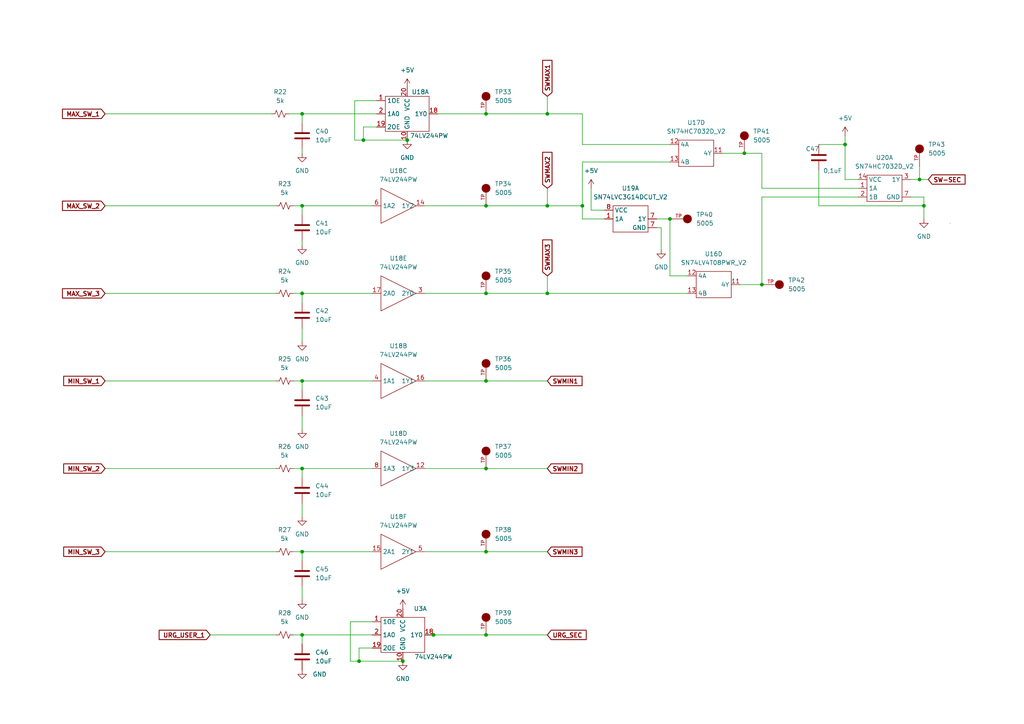
<source format=kicad_sch>
(kicad_sch (version 20211123) (generator eeschema)
  (paper "A4")
  (title_block (title "BUMBLEBEE") (date "2024-01-15") (rev "1.00") (company "ExoFlex") (comment 1 "Bumblebee"))
  (lib_symbols
    (symbol "74LV244PW_2"
      (property "Reference" "U" (at -5.08 7.62 0))
      (property "Value" "74LV244PW_2" (at -1.27 -6.35 0))
      (symbol "74LV244PW_2_1_1"
        (rectangle (start -6.35 5.08) (end 6.35 -5.08))
        (pin power_in line (at -8.89 3.81 0) (length 2.54) (name "1OE") (number "1"))
        (pin power_in line (at 0 -7.62 90) (length 2.54) (name "GND") (number "10"))
        (pin output line (at 8.89 0 180) (length 2.54) (name "1Y0") (number "18"))
        (pin power_in line (at -8.89 -3.81 0) (length 2.54) (name "2OE") (number "19"))
        (pin input line (at -8.89 0 0) (length 2.54) (name "1A0") (number "2"))
        (pin power_in line (at 0 7.62 270) (length 2.54) (name "VCC") (number "20"))
      )
      (symbol "74LV244PW_2_2_1"
        (polyline (pts (xy -6.35 0) (xy -6.35 5.08) (xy 3.81 0) (xy -6.35 -5.08) (xy -6.35 0)))
        (pin output line (at 6.35 0 180) (length 2.54) (name "1Y1") (number "16"))
        (pin input line (at -8.89 0 0) (length 2.54) (name "1A1") (number "4"))
      )
      (symbol "74LV244PW_2_3_1"
        (polyline (pts (xy -6.35 0) (xy -6.35 5.08) (xy 3.81 0) (xy -6.35 -5.08) (xy -6.35 0)))
        (pin output line (at 6.35 0 180) (length 2.54) (name "1Y2") (number "14"))
        (pin input line (at -8.89 0 0) (length 2.54) (name "1A2") (number "6"))
      )
      (symbol "74LV244PW_2_4_1"
        (polyline (pts (xy -6.35 0) (xy -6.35 5.08) (xy 3.81 0) (xy -6.35 -5.08) (xy -6.35 0)))
        (pin output line (at 6.35 0 180) (length 2.54) (name "1Y3") (number "12"))
        (pin input line (at -8.89 0 0) (length 2.54) (name "1A3") (number "8"))
      )
      (symbol "74LV244PW_2_5_1"
        (polyline (pts (xy -6.35 0) (xy -6.35 5.08) (xy 3.81 0) (xy -6.35 -5.08) (xy -6.35 0)))
        (pin input line (at -8.89 0 0) (length 2.54) (name "2A0") (number "17"))
        (pin output line (at 6.35 0 180) (length 2.54) (name "2Y0") (number "3"))
      )
      (symbol "74LV244PW_2_6_1"
        (polyline (pts (xy -6.35 0) (xy -6.35 5.08) (xy 3.81 0) (xy -6.35 -5.08) (xy -6.35 0)))
        (pin input line (at -8.89 0 0) (length 2.54) (name "2A1") (number "15"))
        (pin output line (at 6.35 0 180) (length 2.54) (name "2Y1") (number "5"))
      )
      (symbol "74LV244PW_2_7_1"
        (polyline (pts (xy -6.35 0) (xy -6.35 5.08) (xy 3.81 0) (xy -6.35 -5.08) (xy -6.35 0)))
        (pin input line (at -8.89 0 0) (length 2.54) (name "2A2") (number "13"))
        (pin output line (at 6.35 0 180) (length 2.54) (name "2Y2") (number "7"))
      )
      (symbol "74LV244PW_2_8_1"
        (polyline (pts (xy -6.35 0) (xy -6.35 5.08) (xy 3.81 0) (xy -6.35 -5.08) (xy -6.35 0)))
        (pin input line (at -8.89 0 0) (length 2.54) (name "2A3") (number "11"))
        (pin output line (at 6.35 0 180) (length 2.54) (name "2Y3") (number "9"))
      )
    )
    (symbol "Device:C" (pin_numbers hide) (pin_names (offset 0.254))
      (property "Reference" "C" (at 0.635 2.54 0))
      (property "Value" "C" (at 0.635 -2.54 0))
      (symbol "C_0_1"
        (polyline (pts (xy -2.032 -0.762) (xy 2.032 -0.762)) (stroke (width 0.508)))
        (polyline (pts (xy -2.032 0.762) (xy 2.032 0.762)) (stroke (width 0.508)))
      )
      (symbol "C_1_1"
        (pin passive line (at 0 3.81 270) (length 2.794) (name "~") (number "1"))
        (pin passive line (at 0 -3.81 90) (length 2.794) (name "~") (number "2"))
      )
    )
    (symbol "Device:R_Small_US" (pin_numbers hide) (pin_names (offset 0.254) hide)
      (property "Reference" "R" (at 0.762 0.508 0))
      (property "Value" "R_Small_US" (at 0.762 -1.016 0))
      (symbol "R_Small_US_1_1"
        (polyline (pts (xy 0 0) (xy 1.016 -0.381) (xy 0 -0.762) (xy -1.016 -1.143) (xy 0 -1.524)))
        (polyline (pts (xy 0 1.524) (xy 1.016 1.143) (xy 0 0.762) (xy -1.016 0.381) (xy 0 0)))
        (pin passive line (at 0 2.54 270) (length 1.016) (name "~") (number "1"))
        (pin passive line (at 0 -2.54 90) (length 1.016) (name "~") (number "2"))
      )
    )
    (symbol "SymLib:5005" (pin_names (offset 1.016))
      (property "Reference" "TP" (at -2.54 2.54 0))
      (property "Value" "5005" (at -2.54 -3.81 0))
      (symbol "5005_0_0"
        (circle (center 0 0) (radius 0.635) (stroke (width 1.27)))
        (pin passive line (at -5.08 0 0) (length 5.08) (name "~") (number "TP"))
      )
    )
    (symbol "SymLib:74LV244PW"
      (property "Reference" "U" (at -5.08 7.62 0))
      (property "Value" "74LV244PW" (at -1.27 -6.35 0))
      (symbol "74LV244PW_1_1"
        (rectangle (start -6.35 5.08) (end 6.35 -5.08))
        (pin power_in line (at -8.89 3.81 0) (length 2.54) (name "1OE") (number "1"))
        (pin power_in line (at 0 -7.62 90) (length 2.54) (name "GND") (number "10"))
        (pin output line (at 8.89 0 180) (length 2.54) (name "1Y0") (number "18"))
        (pin power_in line (at -8.89 -3.81 0) (length 2.54) (name "2OE") (number "19"))
        (pin input line (at -8.89 0 0) (length 2.54) (name "1A0") (number "2"))
        (pin power_in line (at 0 7.62 270) (length 2.54) (name "VCC") (number "20"))
      )
      (symbol "74LV244PW_2_1"
        (polyline (pts (xy -6.35 0) (xy -6.35 5.08) (xy 3.81 0) (xy -6.35 -5.08) (xy -6.35 0)))
        (pin output line (at 6.35 0 180) (length 2.54) (name "1Y1") (number "16"))
        (pin input line (at -8.89 0 0) (length 2.54) (name "1A1") (number "4"))
      )
      (symbol "74LV244PW_3_1"
        (polyline (pts (xy -6.35 0) (xy -6.35 5.08) (xy 3.81 0) (xy -6.35 -5.08) (xy -6.35 0)))
        (pin output line (at 6.35 0 180) (length 2.54) (name "1Y2") (number "14"))
        (pin input line (at -8.89 0 0) (length 2.54) (name "1A2") (number "6"))
      )
      (symbol "74LV244PW_4_1"
        (polyline (pts (xy -6.35 0) (xy -6.35 5.08) (xy 3.81 0) (xy -6.35 -5.08) (xy -6.35 0)))
        (pin output line (at 6.35 0 180) (length 2.54) (name "1Y3") (number "12"))
        (pin input line (at -8.89 0 0) (length 2.54) (name "1A3") (number "8"))
      )
      (symbol "74LV244PW_5_1"
        (polyline (pts (xy -6.35 0) (xy -6.35 5.08) (xy 3.81 0) (xy -6.35 -5.08) (xy -6.35 0)))
        (pin input line (at -8.89 0 0) (length 2.54) (name "2A0") (number "17"))
        (pin output line (at 6.35 0 180) (length 2.54) (name "2Y0") (number "3"))
      )
      (symbol "74LV244PW_6_1"
        (polyline (pts (xy -6.35 0) (xy -6.35 5.08) (xy 3.81 0) (xy -6.35 -5.08) (xy -6.35 0)))
        (pin input line (at -8.89 0 0) (length 2.54) (name "2A1") (number "15"))
        (pin output line (at 6.35 0 180) (length 2.54) (name "2Y1") (number "5"))
      )
      (symbol "74LV244PW_7_1"
        (polyline (pts (xy -6.35 0) (xy -6.35 5.08) (xy 3.81 0) (xy -6.35 -5.08) (xy -6.35 0)))
        (pin input line (at -8.89 0 0) (length 2.54) (name "2A2") (number "13"))
        (pin output line (at 6.35 0 180) (length 2.54) (name "2Y2") (number "7"))
      )
      (symbol "74LV244PW_8_1"
        (polyline (pts (xy -6.35 0) (xy -6.35 5.08) (xy 3.81 0) (xy -6.35 -5.08) (xy -6.35 0)))
        (pin input line (at -8.89 0 0) (length 2.54) (name "2A3") (number "11"))
        (pin output line (at 6.35 0 180) (length 2.54) (name "2Y3") (number "9"))
      )
    )
    (symbol "SymLib:SN74HC7032D_V2"
      (property "Reference" "U" (at -3.81 5.08 0))
      (property "Value" "SN74HC7032D_V2" (at 1.27 -5.08 0))
      (symbol "SN74HC7032D_V2_0_1"
        (rectangle (start -5.08 -3.81) (end 5.08 -3.81))
        (rectangle (start -5.08 3.81) (end -5.08 -3.81))
        (rectangle (start -5.08 3.81) (end 5.08 3.81))
        (rectangle (start 5.08 3.81) (end 5.08 -3.81))
      )
      (symbol "SN74HC7032D_V2_1_1"
        (pin input line (at -7.62 0 0) (length 2.54) (name "1A") (number "1"))
        (pin power_in line (at -7.62 2.54 0) (length 2.54) (name "VCC") (number "14"))
        (pin input line (at -7.62 -2.54 0) (length 2.54) (name "1B") (number "2"))
        (pin output line (at 7.62 2.54 180) (length 2.54) (name "1Y") (number "3"))
        (pin power_in line (at 7.62 -2.54 180) (length 2.54) (name "GND") (number "7"))
      )
      (symbol "SN74HC7032D_V2_2_1"
        (pin input line (at -7.62 2.54 0) (length 2.54) (name "2A") (number "4"))
        (pin input line (at -7.62 -2.54 0) (length 2.54) (name "2B") (number "5"))
        (pin output line (at 7.62 0 180) (length 2.54) (name "2Y") (number "6"))
      )
      (symbol "SN74HC7032D_V2_3_1"
        (pin input line (at -7.62 -2.54 0) (length 2.54) (name "3B") (number "10"))
        (pin output line (at 7.62 0 180) (length 2.54) (name "3Y") (number "8"))
        (pin input line (at -7.62 2.54 0) (length 2.54) (name "3A") (number "9"))
      )
      (symbol "SN74HC7032D_V2_4_1"
        (pin output line (at 7.62 0 180) (length 2.54) (name "4Y") (number "11"))
        (pin input line (at -7.62 2.54 0) (length 2.54) (name "4A") (number "12"))
        (pin input line (at -7.62 -2.54 0) (length 2.54) (name "4B") (number "13"))
      )
    )
    (symbol "SymLib:SN74LV4T08PWR_V2"
      (property "Reference" "U" (at -3.81 5.08 0))
      (property "Value" "SN74LV4T08PWR_V2" (at 0 -5.08 0))
      (symbol "SN74LV4T08PWR_V2_0_1"
        (rectangle (start -5.08 -3.81) (end 5.08 -3.81))
        (rectangle (start -5.08 3.81) (end -5.08 -3.81))
        (rectangle (start -5.08 3.81) (end 5.08 3.81))
        (rectangle (start 5.08 3.81) (end 5.08 -3.81))
      )
      (symbol "SN74LV4T08PWR_V2_1_1"
        (pin input line (at -7.62 0 0) (length 2.54) (name "1A") (number "1"))
        (pin power_in line (at -7.62 2.54 0) (length 2.54) (name "VCC") (number "14"))
        (pin input line (at -7.62 -2.54 0) (length 2.54) (name "1B") (number "2"))
        (pin output line (at 7.62 2.54 180) (length 2.54) (name "1Y") (number "3"))
        (pin power_in line (at 7.62 -2.54 180) (length 2.54) (name "GND") (number "7"))
      )
      (symbol "SN74LV4T08PWR_V2_2_1"
        (pin input line (at -7.62 2.54 0) (length 2.54) (name "2A") (number "4"))
        (pin input line (at -7.62 -2.54 0) (length 2.54) (name "2B") (number "5"))
        (pin output line (at 7.62 0 180) (length 2.54) (name "2Y") (number "6"))
      )
      (symbol "SN74LV4T08PWR_V2_3_1"
        (pin input line (at -7.62 -2.54 0) (length 2.54) (name "3B") (number "10"))
        (pin output line (at 7.62 0 180) (length 2.54) (name "3Y") (number "8"))
        (pin input line (at -7.62 2.54 0) (length 2.54) (name "3A") (number "9"))
      )
      (symbol "SN74LV4T08PWR_V2_4_1"
        (pin output line (at 7.62 0 180) (length 2.54) (name "4Y") (number "11"))
        (pin input line (at -7.62 2.54 0) (length 2.54) (name "4A") (number "12"))
        (pin input line (at -7.62 -2.54 0) (length 2.54) (name "4B") (number "13"))
      )
    )
    (symbol "SymLib:SN74LVC3G14DCUT_V2"
      (property "Reference" "U" (at -3.81 5.08 0))
      (property "Value" "SN74LVC3G14DCUT_V2" (at 0 -5.08 0))
      (symbol "SN74LVC3G14DCUT_V2_0_1"
        (rectangle (start -5.08 -3.81) (end 5.08 -3.81))
        (rectangle (start -5.08 3.81) (end -5.08 -3.81))
        (rectangle (start -5.08 3.81) (end 5.08 3.81))
        (rectangle (start 5.08 3.81) (end 5.08 -3.81))
      )
      (symbol "SN74LVC3G14DCUT_V2_1_1"
        (pin input line (at -7.62 0 0) (length 2.54) (name "1A") (number "1"))
        (pin output line (at 7.62 0 180) (length 2.54) (name "1Y") (number "7"))
        (pin power_out line (at 7.62 -2.54 180) (length 2.54) (name "GND") (number "7"))
        (pin power_in line (at -7.62 2.54 0) (length 2.54) (name "VCC") (number "8"))
      )
      (symbol "SN74LVC3G14DCUT_V2_2_1"
        (pin input line (at -7.62 0 0) (length 2.54) (name "2A") (number "3"))
        (pin output line (at 7.62 0 180) (length 2.54) (name "2Y") (number "5"))
      )
      (symbol "SN74LVC3G14DCUT_V2_3_1"
        (pin output line (at 7.62 0 180) (length 2.54) (name "3Y") (number "2"))
        (pin input line (at -7.62 0 0) (length 2.54) (name "3A") (number "6"))
      )
    )
    (symbol "power:+5V" (power) (pin_names (offset 0))
      (property "Value" "+5V" (at 0 3.556 0))
      (symbol "+5V_0_1"
        (polyline (pts (xy -0.762 1.27) (xy 0 2.54)))
        (polyline (pts (xy 0 0) (xy 0 2.54)))
        (polyline (pts (xy 0 2.54) (xy 0.762 1.27)))
      )
      (symbol "+5V_1_1"
        (pin power_in line (at 0 0 90) (length 0) hide (name "+5V") (number "1"))
      )
    )
    (symbol "power:GND" (power) (pin_names (offset 0))
      (property "Value" "GND" (at 0 -3.81 0))
      (symbol "GND_0_1"
        (polyline (pts (xy 0 0) (xy 0 -1.27) (xy 1.27 -1.27) (xy 0 -2.54) (xy -1.27 -1.27) (xy 0 -1.27)))
      )
      (symbol "GND_1_1"
        (pin power_in line (at 0 0 270) (length 0) hide (name "GND") (number "1"))
      )
    )
  )
  (junction (at 87.63 135.89))
  (junction (at 140.97 184.15))
  (junction (at 194.31 63.5))
  (junction (at 215.9 44.45))
  (junction (at 140.97 33.02))
  (junction (at 105.41 40.64))
  (junction (at 118.11 40.64))
  (junction (at 87.63 33.02))
  (junction (at 140.97 85.09))
  (junction (at 140.97 59.69))
  (junction (at 87.63 85.09))
  (junction (at 245.11 41.91))
  (junction (at 87.63 59.69))
  (junction (at 266.7 52.07))
  (junction (at 267.97 59.69))
  (junction (at 168.91 59.69))
  (junction (at 87.63 184.15))
  (junction (at 140.97 110.49))
  (junction (at 220.98 82.55))
  (junction (at 116.84 191.77))
  (junction (at 125.73 184.15))
  (junction (at 158.75 59.69))
  (junction (at 140.97 135.89))
  (junction (at 140.97 160.02))
  (junction (at 87.63 110.49))
  (junction (at 87.63 160.02))
  (junction (at 158.75 85.09))
  (junction (at 158.75 33.02))
  (junction (at 104.14 191.77))
  (wire (pts (xy 30.48 33.02) (xy 78.74 33.02)))
  (wire (pts (xy 267.97 59.69) (xy 267.97 57.15)))
  (wire (pts (xy 102.87 40.64) (xy 105.41 40.64)))
  (wire (pts (xy 105.41 36.83) (xy 105.41 40.64)))
  (wire (pts (xy 175.26 60.96) (xy 171.45 60.96)))
  (wire (pts (xy 140.97 33.02) (xy 158.75 33.02)))
  (wire (pts (xy 269.24 52.07) (xy 266.7 52.07)))
  (wire (pts (xy 237.49 49.53) (xy 237.49 59.69)))
  (wire (pts (xy 266.7 52.07) (xy 264.16 52.07)))
  (wire (pts (xy 140.97 85.09) (xy 158.75 85.09)))
  (wire (pts (xy 30.48 160.02) (xy 80.01 160.02)))
  (wire (pts (xy 158.75 54.61) (xy 158.75 59.69)))
  (wire (pts (xy 30.48 110.49) (xy 80.01 110.49)))
  (wire (pts (xy 107.95 180.34) (xy 101.6 180.34)))
  (wire (pts (xy 109.22 36.83) (xy 105.41 36.83)))
  (wire (pts (xy 266.7 48.26) (xy 266.7 52.07)))
  (wire (pts (xy 140.97 59.69) (xy 158.75 59.69)))
  (wire (pts (xy 220.98 82.55) (xy 220.98 57.15)))
  (wire (pts (xy 168.91 46.99) (xy 194.31 46.99)))
  (wire (pts (xy 125.73 184.15) (xy 140.97 184.15)))
  (wire (pts (xy 87.63 95.25) (xy 87.63 99.06)))
  (wire (pts (xy 140.97 160.02) (xy 158.75 160.02)))
  (wire (pts (xy 87.63 69.85) (xy 87.63 71.12)))
  (wire (pts (xy 85.09 135.89) (xy 87.63 135.89)))
  (wire (pts (xy 168.91 41.91) (xy 194.31 41.91)))
  (wire (pts (xy 87.63 110.49) (xy 107.95 110.49)))
  (wire (pts (xy 191.77 66.04) (xy 191.77 72.39)))
  (wire (pts (xy 123.19 110.49) (xy 140.97 110.49)))
  (wire (pts (xy 168.91 63.5) (xy 175.26 63.5)))
  (wire (pts (xy 104.14 191.77) (xy 116.84 191.77)))
  (wire (pts (xy 87.63 43.18) (xy 87.63 44.45)))
  (wire (pts (xy 87.63 33.02) (xy 83.82 33.02)))
  (wire (pts (xy 168.91 59.69) (xy 168.91 63.5)))
  (wire (pts (xy 190.5 63.5) (xy 194.31 63.5)))
  (wire (pts (xy 127 33.02) (xy 140.97 33.02)))
  (wire (pts (xy 220.98 44.45) (xy 215.9 44.45)))
  (wire (pts (xy 123.19 160.02) (xy 140.97 160.02)))
  (wire (pts (xy 123.19 135.89) (xy 140.97 135.89)))
  (wire (pts (xy 30.48 135.89) (xy 80.01 135.89)))
  (wire (pts (xy 248.92 52.07) (xy 245.11 52.07)))
  (wire (pts (xy 140.97 184.15) (xy 158.75 184.15)))
  (wire (pts (xy 158.75 80.01) (xy 158.75 85.09)))
  (wire (pts (xy 105.41 40.64) (xy 118.11 40.64)))
  (wire (pts (xy 237.49 41.91) (xy 245.11 41.91)))
  (wire (pts (xy 107.95 187.96) (xy 104.14 187.96)))
  (wire (pts (xy 220.98 54.61) (xy 248.92 54.61)))
  (wire (pts (xy 85.09 160.02) (xy 87.63 160.02)))
  (wire (pts (xy 123.19 184.15) (xy 125.73 184.15)))
  (wire (pts (xy 158.75 59.69) (xy 168.91 59.69)))
  (wire (pts (xy 102.87 29.21) (xy 102.87 40.64)))
  (wire (pts (xy 140.97 135.89) (xy 158.75 135.89)))
  (wire (pts (xy 194.31 63.5) (xy 194.31 80.01)))
  (wire (pts (xy 215.9 44.45) (xy 209.55 44.45)))
  (wire (pts (xy 190.5 66.04) (xy 191.77 66.04)))
  (polyline (pts (xy 275.59 64.77) (xy 275.59 64.77)))
  (wire (pts (xy 168.91 46.99) (xy 168.91 59.69)))
  (wire (pts (xy 267.97 63.5) (xy 267.97 59.69)))
  (wire (pts (xy 267.97 57.15) (xy 264.16 57.15)))
  (wire (pts (xy 220.98 44.45) (xy 220.98 54.61)))
  (wire (pts (xy 101.6 180.34) (xy 101.6 191.77)))
  (wire (pts (xy 30.48 59.69) (xy 80.01 59.69)))
  (wire (pts (xy 87.63 160.02) (xy 107.95 160.02)))
  (wire (pts (xy 87.63 33.02) (xy 109.22 33.02)))
  (wire (pts (xy 87.63 110.49) (xy 87.63 113.03)))
  (wire (pts (xy 87.63 184.15) (xy 107.95 184.15)))
  (wire (pts (xy 194.31 80.01) (xy 199.39 80.01)))
  (wire (pts (xy 171.45 54.61) (xy 171.45 60.96)))
  (wire (pts (xy 87.63 160.02) (xy 87.63 162.56)))
  (wire (pts (xy 60.96 184.15) (xy 80.01 184.15)))
  (wire (pts (xy 87.63 85.09) (xy 87.63 87.63)))
  (wire (pts (xy 85.09 110.49) (xy 87.63 110.49)))
  (wire (pts (xy 104.14 187.96) (xy 104.14 191.77)))
  (wire (pts (xy 109.22 29.21) (xy 102.87 29.21)))
  (wire (pts (xy 87.63 120.65) (xy 87.63 124.46)))
  (wire (pts (xy 158.75 33.02) (xy 168.91 33.02)))
  (wire (pts (xy 158.75 85.09) (xy 199.39 85.09)))
  (wire (pts (xy 85.09 85.09) (xy 87.63 85.09)))
  (wire (pts (xy 245.11 52.07) (xy 245.11 41.91)))
  (wire (pts (xy 168.91 33.02) (xy 168.91 41.91)))
  (wire (pts (xy 87.63 184.15) (xy 87.63 186.69)))
  (wire (pts (xy 140.97 110.49) (xy 158.75 110.49)))
  (wire (pts (xy 87.63 135.89) (xy 107.95 135.89)))
  (wire (pts (xy 85.09 184.15) (xy 87.63 184.15)))
  (wire (pts (xy 101.6 191.77) (xy 104.14 191.77)))
  (wire (pts (xy 158.75 27.94) (xy 158.75 33.02)))
  (wire (pts (xy 237.49 59.69) (xy 267.97 59.69)))
  (wire (pts (xy 220.98 57.15) (xy 248.92 57.15)))
  (wire (pts (xy 30.48 85.09) (xy 80.01 85.09)))
  (wire (pts (xy 245.11 41.91) (xy 245.11 39.37)))
  (wire (pts (xy 87.63 146.05) (xy 87.63 149.86)))
  (wire (pts (xy 123.19 85.09) (xy 140.97 85.09)))
  (wire (pts (xy 87.63 59.69) (xy 87.63 62.23)))
  (wire (pts (xy 87.63 59.69) (xy 107.95 59.69)))
  (wire (pts (xy 87.63 135.89) (xy 87.63 138.43)))
  (wire (pts (xy 214.63 82.55) (xy 220.98 82.55)))
  (wire (pts (xy 87.63 170.18) (xy 87.63 173.99)))
  (wire (pts (xy 85.09 59.69) (xy 87.63 59.69)))
  (wire (pts (xy 87.63 85.09) (xy 107.95 85.09)))
  (wire (pts (xy 87.63 33.02) (xy 87.63 35.56)))
  (wire (pts (xy 123.19 59.69) (xy 140.97 59.69)))
  (text "Tension : 250V\nCourant : 5A\nTerminal : SPDT" (at 302.26 13.97 0) (effects (font (size 2.5 2.5) bold) (justify left bottom)))
  (global_label "SWMAX3" (shape input) (at 158.75 80.01 90) (effects (font (thickness 0.254) bold)) (property "Intersheet References" "${INTERSHEET_REFS}" (effects hide)))
  (global_label "URG_USER_1" (shape input) (at 60.96 184.15 180) (effects (font (thickness 0.254) bold)) (property "Intersheet References" "${INTERSHEET_REFS}" (effects hide)))
  (global_label "SWMAX2" (shape input) (at 158.75 54.61 90) (effects (font (thickness 0.254) bold)) (property "Intersheet References" "${INTERSHEET_REFS}" (effects hide)))
  (global_label "MAX_SW_3" (shape input) (at 30.48 85.09 180) (effects (font (thickness 0.254) bold)) (property "Intersheet References" "${INTERSHEET_REFS}" (effects hide)))
  (global_label "MIN_SW_2" (shape input) (at 30.48 135.89 180) (effects (font (thickness 0.254) bold)) (property "Intersheet References" "${INTERSHEET_REFS}" (effects hide)))
  (global_label "MIN_SW_1" (shape input) (at 30.48 110.49 180) (effects (font (thickness 0.254) bold)) (property "Intersheet References" "${INTERSHEET_REFS}" (effects hide)))
  (global_label "SW-SEC" (shape input) (at 269.24 52.07 0) (effects (font (thickness 0.254) bold)) (property "Intersheet References" "${INTERSHEET_REFS}" (effects hide)))
  (global_label "SWMIN1" (shape input) (at 158.75 110.49 0) (effects (font (thickness 0.254) bold)) (property "Intersheet References" "${INTERSHEET_REFS}" (effects hide)))
  (global_label "URG_SEC" (shape input) (at 158.75 184.15 0) (effects (font (thickness 0.254) bold)) (property "Intersheet References" "${INTERSHEET_REFS}" (effects hide)))
  (global_label "SWMAX1" (shape input) (at 158.75 27.94 90) (effects (font (thickness 0.254) bold)) (property "Intersheet References" "${INTERSHEET_REFS}" (effects hide)))
  (global_label "SWMIN3" (shape input) (at 158.75 160.02 0) (effects (font (thickness 0.254) bold)) (property "Intersheet References" "${INTERSHEET_REFS}" (effects hide)))
  (global_label "SWMIN2" (shape input) (at 158.75 135.89 0) (effects (font (thickness 0.254) bold)) (property "Intersheet References" "${INTERSHEET_REFS}" (effects hide)))
  (global_label "MIN_SW_3" (shape input) (at 30.48 160.02 180) (effects (font (thickness 0.254) bold)) (property "Intersheet References" "${INTERSHEET_REFS}" (effects hide)))
  (global_label "MAX_SW_1" (shape input) (at 30.48 33.02 180) (effects (font (thickness 0.254) bold)) (property "Intersheet References" "${INTERSHEET_REFS}" (effects hide)))
  (global_label "MAX_SW_2" (shape input) (at 30.48 59.69 180) (effects (font (thickness 0.254) bold)) (property "Intersheet References" "${INTERSHEET_REFS}" (effects hide)))
  (symbol (lib_id "power:GND") (at 87.63 124.46 0) (unit 1)
    (property "Reference" "#PWR082" (effects hide))
    (property "Value" "GND" (at 87.63 129.54 0))
  )
  (symbol (lib_id "SymLib:5005") (at 140.97 54.61 90) (unit 1)
    (property "Reference" "TP34" (at 143.51 53.3399 90) (effects (justify right)))
    (property "Value" "5005" (at 143.51 55.8799 90) (effects (justify right)))
    (property "Footprint" "FootPrint:KEYSTONE_5005" (effects hide))
    (property "MF" "Keystone Electronics" (effects hide))
    (property "DESCRIPTION" "Compact THM Test Point -Red" (effects hide))
    (property "PACKAGE" "NON STANDARD-1 Keystone" (effects hide))
    (property "PRICE" "None" (effects hide))
    (property "MP" "5005" (effects hide))
    (property "AVAILABILITY" "In Stock" (effects hide))
    (property "PURCHASE-URL" "https://pricing.snapeda.com/search/part/5005/?ref=eda" (effects hide))
  )
  (symbol (lib_id "SymLib:5005") (at 199.39 63.5 0) (unit 1)
    (property "Reference" "TP40" (at 201.93 62.2299 0) (effects (justify left)))
    (property "Value" "5005" (at 201.93 64.7699 0) (effects (justify left)))
    (property "Footprint" "FootPrint:KEYSTONE_5005" (effects hide))
    (property "MF" "Keystone Electronics" (effects hide))
    (property "DESCRIPTION" "Compact THM Test Point -Red" (effects hide))
    (property "PACKAGE" "NON STANDARD-1 Keystone" (effects hide))
    (property "PRICE" "None" (effects hide))
    (property "MP" "5005" (effects hide))
    (property "AVAILABILITY" "In Stock" (effects hide))
    (property "PURCHASE-URL" "https://pricing.snapeda.com/search/part/5005/?ref=eda" (effects hide))
  )
  (symbol (lib_id "SymLib:5005") (at 140.97 179.07 90) (unit 1)
    (property "Reference" "TP39" (at 143.51 177.7999 90) (effects (justify right)))
    (property "Value" "5005" (at 143.51 180.3399 90) (effects (justify right)))
    (property "Footprint" "FootPrint:KEYSTONE_5005" (effects hide))
    (property "MF" "Keystone Electronics" (effects hide))
    (property "DESCRIPTION" "Compact THM Test Point -Red" (effects hide))
    (property "PACKAGE" "NON STANDARD-1 Keystone" (effects hide))
    (property "PRICE" "None" (effects hide))
    (property "MP" "5005" (effects hide))
    (property "AVAILABILITY" "In Stock" (effects hide))
    (property "PURCHASE-URL" "https://pricing.snapeda.com/search/part/5005/?ref=eda" (effects hide))
  )
  (symbol (lib_id "Device:R_Small_US") (at 82.55 59.69 90) (unit 1)
    (property "Reference" "R23" (at 82.55 53.34 90))
    (property "Value" "5k" (at 82.55 55.88 90))
    (property "Footprint" "Resistor_SMD:R_0603_1608Metric" (effects hide))
  )
  (symbol (lib_id "Device:C") (at 87.63 91.44 0) (unit 1)
    (property "Reference" "C42" (at 91.44 90.1699 0) (effects (justify left)))
    (property "Value" "10uF" (at 91.44 92.7099 0) (effects (justify left)))
    (property "Footprint" "Capacitor_SMD:C_0603_1608Metric" (effects hide))
  )
  (symbol (lib_id "SymLib:74LV244PW") (at 116.84 160.02 0) (unit 6)
    (property "Reference" "U18" (at 115.57 149.86 0))
    (property "Value" "74LV244PW" (at 115.57 152.4 0))
    (property "Footprint" "FootPrint:DB20" (effects hide))
  )
  (symbol (lib_id "Device:C") (at 87.63 190.5 0) (unit 1)
    (property "Reference" "C46" (at 91.44 189.2299 0) (effects (justify left)))
    (property "Value" "10uF" (at 91.44 191.7699 0) (effects (justify left)))
    (property "Footprint" "Capacitor_SMD:C_0603_1608Metric" (effects hide))
  )
  (symbol (lib_id "Device:R_Small_US") (at 82.55 160.02 90) (unit 1)
    (property "Reference" "R27" (at 82.55 153.67 90))
    (property "Value" "5k" (at 82.55 156.21 90))
    (property "Footprint" "Resistor_SMD:R_0603_1608Metric" (effects hide))
  )
  (symbol (lib_id "Device:R_Small_US") (at 82.55 110.49 90) (unit 1)
    (property "Reference" "R25" (at 82.55 104.14 90))
    (property "Value" "5k" (at 82.55 106.68 90))
    (property "Footprint" "Resistor_SMD:R_0603_1608Metric" (effects hide))
  )
  (symbol (lib_id "power:GND") (at 191.77 72.39 0) (unit 1)
    (property "Reference" "#PWR091" (effects hide))
    (property "Value" "GND" (at 191.77 77.47 0))
  )
  (symbol (lib_id "power:GND") (at 87.63 194.31 0) (unit 1)
    (property "Reference" "#PWR085" (effects hide))
    (property "Value" "GND" (at 92.71 195.58 0))
  )
  (symbol (lib_id "Device:R_Small_US") (at 82.55 85.09 90) (unit 1)
    (property "Reference" "R24" (at 82.55 78.74 90))
    (property "Value" "5k" (at 82.55 81.28 90))
    (property "Footprint" "Resistor_SMD:R_0603_1608Metric" (effects hide))
  )
  (symbol (lib_id "SymLib:74LV244PW") (at 116.84 85.09 0) (unit 5)
    (property "Reference" "U18" (at 115.57 74.93 0))
    (property "Value" "74LV244PW" (at 115.57 77.47 0))
    (property "Footprint" "FootPrint:DB20" (effects hide))
  )
  (symbol (lib_id "SymLib:74LV244PW") (at 116.84 184.15 0) (unit 1)
    (property "Reference" "U3" (at 121.92 176.53 0))
    (property "Value" "74LV244PW" (at 125.73 190.5 0))
    (property "Footprint" "FootPrint:DB20" (effects hide))
  )
  (symbol (lib_id "SymLib:SN74HC7032D_V2") (at 256.54 54.61 0) (unit 1)
    (property "Reference" "U20" (at 256.54 45.72 0))
    (property "Value" "SN74HC7032D_V2" (at 256.54 48.26 0))
    (property "Footprint" "FootPrint:SN74HC7032D" (effects hide))
  )
  (symbol (lib_id "SymLib:5005") (at 140.97 27.94 90) (unit 1)
    (property "Reference" "TP33" (at 143.51 26.6699 90) (effects (justify right)))
    (property "Value" "5005" (at 143.51 29.2099 90) (effects (justify right)))
    (property "Footprint" "FootPrint:KEYSTONE_5005" (effects hide))
    (property "MF" "Keystone Electronics" (effects hide))
    (property "DESCRIPTION" "Compact THM Test Point -Red" (effects hide))
    (property "PACKAGE" "NON STANDARD-1 Keystone" (effects hide))
    (property "PRICE" "None" (effects hide))
    (property "MP" "5005" (effects hide))
    (property "AVAILABILITY" "In Stock" (effects hide))
    (property "PURCHASE-URL" "https://pricing.snapeda.com/search/part/5005/?ref=eda" (effects hide))
  )
  (symbol (lib_id "power:+5V") (at 171.45 54.61 0) (unit 1)
    (property "Reference" "#PWR090" (effects hide))
    (property "Value" "+5V" (at 171.45 49.53 0))
  )
  (symbol (lib_id "SymLib:5005") (at 266.7 43.18 90) (unit 1)
    (property "Reference" "TP43" (at 269.24 41.9099 90) (effects (justify right)))
    (property "Value" "5005" (at 269.24 44.4499 90) (effects (justify right)))
    (property "Footprint" "FootPrint:KEYSTONE_5005" (effects hide))
    (property "MF" "Keystone Electronics" (effects hide))
    (property "DESCRIPTION" "Compact THM Test Point -Red" (effects hide))
    (property "PACKAGE" "NON STANDARD-1 Keystone" (effects hide))
    (property "PRICE" "None" (effects hide))
    (property "MP" "5005" (effects hide))
    (property "AVAILABILITY" "In Stock" (effects hide))
    (property "PURCHASE-URL" "https://pricing.snapeda.com/search/part/5005/?ref=eda" (effects hide))
  )
  (symbol (lib_id "power:GND") (at 87.63 149.86 0) (unit 1)
    (property "Reference" "#PWR083" (effects hide))
    (property "Value" "GND" (at 87.63 154.94 0))
  )
  (symbol (lib_id "power:GND") (at 87.63 44.45 0) (unit 1)
    (property "Reference" "#PWR079" (effects hide))
    (property "Value" "GND" (at 87.63 49.53 0))
  )
  (symbol (lib_id "power:GND") (at 87.63 173.99 0) (unit 1)
    (property "Reference" "#PWR084" (effects hide))
    (property "Value" "GND" (at 87.63 179.07 0))
  )
  (symbol (lib_id "Device:C") (at 87.63 142.24 0) (unit 1)
    (property "Reference" "C44" (at 91.44 140.9699 0) (effects (justify left)))
    (property "Value" "10uF" (at 91.44 143.5099 0) (effects (justify left)))
    (property "Footprint" "Capacitor_SMD:C_0603_1608Metric" (effects hide))
  )
  (symbol (lib_id "SymLib:5005") (at 140.97 154.94 90) (unit 1)
    (property "Reference" "TP38" (at 143.51 153.6699 90) (effects (justify right)))
    (property "Value" "5005" (at 143.51 156.2099 90) (effects (justify right)))
    (property "Footprint" "FootPrint:KEYSTONE_5005" (effects hide))
    (property "MF" "Keystone Electronics" (effects hide))
    (property "DESCRIPTION" "Compact THM Test Point -Red" (effects hide))
    (property "PACKAGE" "NON STANDARD-1 Keystone" (effects hide))
    (property "PRICE" "None" (effects hide))
    (property "MP" "5005" (effects hide))
    (property "AVAILABILITY" "In Stock" (effects hide))
    (property "PURCHASE-URL" "https://pricing.snapeda.com/search/part/5005/?ref=eda" (effects hide))
  )
  (symbol (lib_id "SymLib:5005") (at 226.06 82.55 0) (unit 1)
    (property "Reference" "TP42" (at 228.6 81.2799 0) (effects (justify left)))
    (property "Value" "5005" (at 228.6 83.8199 0) (effects (justify left)))
    (property "Footprint" "FootPrint:KEYSTONE_5005" (effects hide))
    (property "MF" "Keystone Electronics" (effects hide))
    (property "DESCRIPTION" "Compact THM Test Point -Red" (effects hide))
    (property "PACKAGE" "NON STANDARD-1 Keystone" (effects hide))
    (property "PRICE" "None" (effects hide))
    (property "MP" "5005" (effects hide))
    (property "AVAILABILITY" "In Stock" (effects hide))
    (property "PURCHASE-URL" "https://pricing.snapeda.com/search/part/5005/?ref=eda" (effects hide))
  )
  (symbol (lib_id "SymLib:74LV244PW") (at 116.84 59.69 0) (unit 3)
    (property "Reference" "U18" (at 115.57 49.53 0))
    (property "Value" "74LV244PW" (at 115.57 52.07 0))
    (property "Footprint" "FootPrint:DB20" (effects hide))
  )
  (symbol (lib_id "Device:C") (at 237.49 45.72 0) (unit 1)
    (property "Reference" "C47" (at 233.68 43.18 0) (effects (justify left)))
    (property "Value" "0,1uF" (at 238.76 49.53 0) (effects (justify left)))
    (property "Footprint" "Capacitor_SMD:C_0603_1608Metric" (effects hide))
  )
  (symbol (lib_id "Device:R_Small_US") (at 82.55 184.15 90) (unit 1)
    (property "Reference" "R28" (at 82.55 177.8 90))
    (property "Value" "5k" (at 82.55 180.34 90))
    (property "Footprint" "Resistor_SMD:R_0603_1608Metric" (effects hide))
  )
  (symbol (lib_id "power:+5V") (at 118.11 25.4 0) (unit 1)
    (property "Reference" "#PWR088" (effects hide))
    (property "Value" "+5V" (at 118.11 20.32 0))
  )
  (symbol (lib_id "SymLib:SN74LV4T08PWR_V2") (at 207.01 82.55 0) (unit 4)
    (property "Reference" "U16" (at 207.01 73.66 0))
    (property "Value" "SN74LV4T08PWR_V2" (at 207.01 76.2 0))
    (property "Footprint" "FootPrint:SN74LV4T08PWR" (effects hide))
  )
  (symbol (lib_id "SymLib:74LV244PW") (at 116.84 135.89 0) (unit 4)
    (property "Reference" "U18" (at 115.57 125.73 0))
    (property "Value" "74LV244PW" (at 115.57 128.27 0))
    (property "Footprint" "FootPrint:DB20" (effects hide))
  )
  (symbol (lib_id "SymLib:5005") (at 140.97 105.41 90) (unit 1)
    (property "Reference" "TP36" (at 143.51 104.1399 90) (effects (justify right)))
    (property "Value" "5005" (at 143.51 106.6799 90) (effects (justify right)))
    (property "Footprint" "FootPrint:KEYSTONE_5005" (effects hide))
    (property "MF" "Keystone Electronics" (effects hide))
    (property "DESCRIPTION" "Compact THM Test Point -Red" (effects hide))
    (property "PACKAGE" "NON STANDARD-1 Keystone" (effects hide))
    (property "PRICE" "None" (effects hide))
    (property "MP" "5005" (effects hide))
    (property "AVAILABILITY" "In Stock" (effects hide))
    (property "PURCHASE-URL" "https://pricing.snapeda.com/search/part/5005/?ref=eda" (effects hide))
  )
  (symbol (lib_id "power:+5V") (at 245.11 39.37 0) (unit 1)
    (property "Reference" "#PWR092" (effects hide))
    (property "Value" "+5V" (at 245.11 34.29 0))
  )
  (symbol (lib_name "74LV244PW_2") (lib_id "SymLib:74LV244PW") (at 118.11 33.02 0) (unit 1)
    (property "Reference" "U18" (at 121.92 26.67 0))
    (property "Value" "74LV244PW" (at 124.46 39.37 0))
    (property "Footprint" "FootPrint:DB20" (effects hide))
  )
  (symbol (lib_id "Device:R_Small_US") (at 81.28 33.02 90) (unit 1)
    (property "Reference" "R22" (at 81.28 26.67 90))
    (property "Value" "5k" (at 81.28 29.21 90))
    (property "Footprint" "Resistor_SMD:R_0603_1608Metric" (effects hide))
  )
  (symbol (lib_id "SymLib:SN74LVC3G14DCUT_V2") (at 182.88 63.5 0) (unit 1)
    (property "Reference" "U19" (at 182.88 54.61 0))
    (property "Value" "SN74LVC3G14DCUT_V2" (at 182.88 57.15 0))
    (property "Footprint" "FootPrint:SN74LVC3G14DCUT" (effects hide))
  )
  (symbol (lib_id "power:GND") (at 87.63 71.12 0) (unit 1)
    (property "Reference" "#PWR080" (effects hide))
    (property "Value" "GND" (at 87.63 76.2 0))
  )
  (symbol (lib_id "power:+5V") (at 116.84 176.53 0) (unit 1)
    (property "Reference" "#PWR086" (effects hide))
    (property "Value" "+5V" (at 116.84 171.45 0))
  )
  (symbol (lib_id "power:GND") (at 118.11 40.64 0) (unit 1)
    (property "Reference" "#PWR089" (effects hide))
    (property "Value" "GND" (at 118.11 45.72 0))
  )
  (symbol (lib_id "SymLib:SN74HC7032D_V2") (at 201.93 44.45 0) (unit 4)
    (property "Reference" "U17" (at 201.93 35.56 0))
    (property "Value" "SN74HC7032D_V2" (at 201.93 38.1 0))
    (property "Footprint" "FootPrint:SN74HC7032D" (effects hide))
  )
  (symbol (lib_id "Device:R_Small_US") (at 82.55 135.89 90) (unit 1)
    (property "Reference" "R26" (at 82.55 129.54 90))
    (property "Value" "5k" (at 82.55 132.08 90))
    (property "Footprint" "Resistor_SMD:R_0603_1608Metric" (effects hide))
  )
  (symbol (lib_id "SymLib:5005") (at 140.97 130.81 90) (unit 1)
    (property "Reference" "TP37" (at 143.51 129.5399 90) (effects (justify right)))
    (property "Value" "5005" (at 143.51 132.0799 90) (effects (justify right)))
    (property "Footprint" "FootPrint:KEYSTONE_5005" (effects hide))
    (property "MF" "Keystone Electronics" (effects hide))
    (property "DESCRIPTION" "Compact THM Test Point -Red" (effects hide))
    (property "PACKAGE" "NON STANDARD-1 Keystone" (effects hide))
    (property "PRICE" "None" (effects hide))
    (property "MP" "5005" (effects hide))
    (property "AVAILABILITY" "In Stock" (effects hide))
    (property "PURCHASE-URL" "https://pricing.snapeda.com/search/part/5005/?ref=eda" (effects hide))
  )
  (symbol (lib_id "power:GND") (at 267.97 63.5 0) (unit 1)
    (property "Reference" "#PWR093" (effects hide))
    (property "Value" "GND" (at 267.97 68.58 0))
  )
  (symbol (lib_id "SymLib:5005") (at 140.97 80.01 90) (unit 1)
    (property "Reference" "TP35" (at 143.51 78.7399 90) (effects (justify right)))
    (property "Value" "5005" (at 143.51 81.2799 90) (effects (justify right)))
    (property "Footprint" "FootPrint:KEYSTONE_5005" (effects hide))
    (property "MF" "Keystone Electronics" (effects hide))
    (property "DESCRIPTION" "Compact THM Test Point -Red" (effects hide))
    (property "PACKAGE" "NON STANDARD-1 Keystone" (effects hide))
    (property "PRICE" "None" (effects hide))
    (property "MP" "5005" (effects hide))
    (property "AVAILABILITY" "In Stock" (effects hide))
    (property "PURCHASE-URL" "https://pricing.snapeda.com/search/part/5005/?ref=eda" (effects hide))
  )
  (symbol (lib_id "Device:C") (at 87.63 39.37 0) (unit 1)
    (property "Reference" "C40" (at 91.44 38.0999 0) (effects (justify left)))
    (property "Value" "10uF" (at 91.44 40.6399 0) (effects (justify left)))
    (property "Footprint" "Capacitor_SMD:C_0603_1608Metric" (effects hide))
  )
  (symbol (lib_id "power:GND") (at 87.63 99.06 0) (unit 1)
    (property "Reference" "#PWR081" (effects hide))
    (property "Value" "GND" (at 87.63 104.14 0))
  )
  (symbol (lib_id "Device:C") (at 87.63 166.37 0) (unit 1)
    (property "Reference" "C45" (at 91.44 165.0999 0) (effects (justify left)))
    (property "Value" "10uF" (at 91.44 167.6399 0) (effects (justify left)))
    (property "Footprint" "Capacitor_SMD:C_0603_1608Metric" (effects hide))
  )
  (symbol (lib_id "SymLib:74LV244PW") (at 116.84 110.49 0) (unit 2)
    (property "Reference" "U18" (at 115.57 100.33 0))
    (property "Value" "74LV244PW" (at 115.57 102.87 0))
    (property "Footprint" "FootPrint:DB20" (effects hide))
  )
  (symbol (lib_id "Device:C") (at 87.63 116.84 0) (unit 1)
    (property "Reference" "C43" (at 91.44 115.5699 0) (effects (justify left)))
    (property "Value" "10uF" (at 91.44 118.1099 0) (effects (justify left)))
    (property "Footprint" "Capacitor_SMD:C_0603_1608Metric" (effects hide))
  )
  (symbol (lib_id "Device:C") (at 87.63 66.04 0) (unit 1)
    (property "Reference" "C41" (at 91.44 64.7699 0) (effects (justify left)))
    (property "Value" "10uF" (at 91.44 67.3099 0) (effects (justify left)))
    (property "Footprint" "Capacitor_SMD:C_0603_1608Metric" (effects hide))
  )
  (symbol (lib_id "SymLib:5005") (at 215.9 39.37 90) (unit 1)
    (property "Reference" "TP41" (at 218.44 38.0999 90) (effects (justify right)))
    (property "Value" "5005" (at 218.44 40.6399 90) (effects (justify right)))
    (property "Footprint" "FootPrint:KEYSTONE_5005" (effects hide))
    (property "MF" "Keystone Electronics" (effects hide))
    (property "DESCRIPTION" "Compact THM Test Point -Red" (effects hide))
    (property "PACKAGE" "NON STANDARD-1 Keystone" (effects hide))
    (property "PRICE" "None" (effects hide))
    (property "MP" "5005" (effects hide))
    (property "AVAILABILITY" "In Stock" (effects hide))
    (property "PURCHASE-URL" "https://pricing.snapeda.com/search/part/5005/?ref=eda" (effects hide))
  )
  (symbol (lib_id "power:GND") (at 116.84 191.77 0) (unit 1)
    (property "Reference" "#PWR087" (effects hide))
    (property "Value" "GND" (at 116.84 196.85 0))
  )
)
</source>
